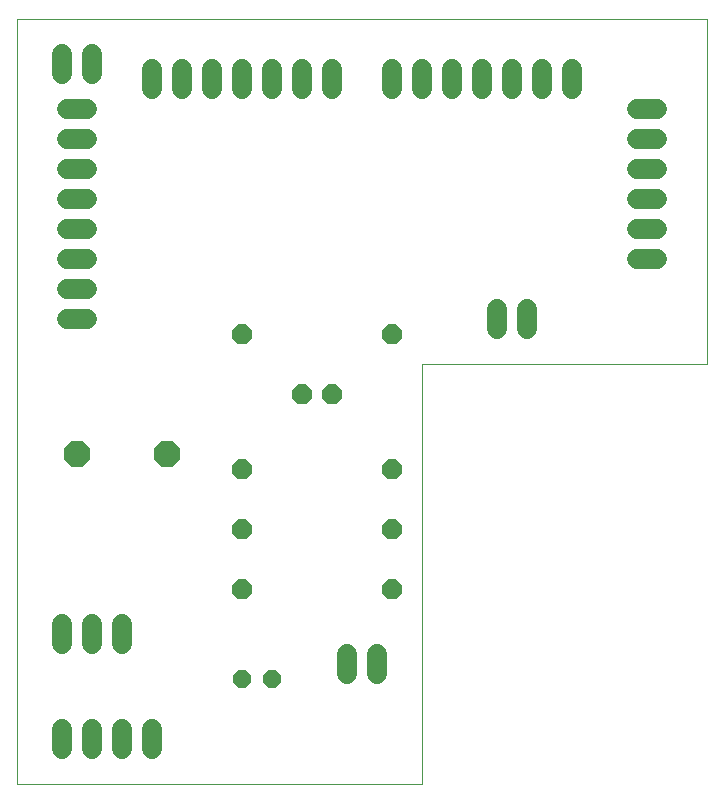
<source format=gtl>
G75*
%MOIN*%
%OFA0B0*%
%FSLAX25Y25*%
%IPPOS*%
%LPD*%
%AMOC8*
5,1,8,0,0,1.08239X$1,22.5*
%
%ADD10C,0.00031*%
%ADD11C,0.06600*%
%ADD12OC8,0.05800*%
%ADD13OC8,0.06600*%
%ADD14OC8,0.08500*%
D10*
X0001016Y0001016D02*
X0136016Y0001016D01*
X0136016Y0141016D01*
X0231016Y0141016D01*
X0231016Y0256016D01*
X0001016Y0256016D01*
X0001016Y0001016D01*
D11*
X0016016Y0012716D02*
X0016016Y0019316D01*
X0026016Y0019316D02*
X0026016Y0012716D01*
X0036016Y0012716D02*
X0036016Y0019316D01*
X0046016Y0019316D02*
X0046016Y0012716D01*
X0036016Y0047716D02*
X0036016Y0054316D01*
X0026016Y0054316D02*
X0026016Y0047716D01*
X0016016Y0047716D02*
X0016016Y0054316D01*
X0017716Y0156016D02*
X0024316Y0156016D01*
X0024316Y0166016D02*
X0017716Y0166016D01*
X0017716Y0176016D02*
X0024316Y0176016D01*
X0024316Y0186016D02*
X0017716Y0186016D01*
X0017716Y0196016D02*
X0024316Y0196016D01*
X0024316Y0206016D02*
X0017716Y0206016D01*
X0017716Y0216016D02*
X0024316Y0216016D01*
X0024316Y0226016D02*
X0017716Y0226016D01*
X0016016Y0237716D02*
X0016016Y0244316D01*
X0026016Y0244316D02*
X0026016Y0237716D01*
X0046016Y0239316D02*
X0046016Y0232716D01*
X0056016Y0232716D02*
X0056016Y0239316D01*
X0066016Y0239316D02*
X0066016Y0232716D01*
X0076016Y0232716D02*
X0076016Y0239316D01*
X0086016Y0239316D02*
X0086016Y0232716D01*
X0096016Y0232716D02*
X0096016Y0239316D01*
X0106016Y0239316D02*
X0106016Y0232716D01*
X0126016Y0232716D02*
X0126016Y0239316D01*
X0136016Y0239316D02*
X0136016Y0232716D01*
X0146016Y0232716D02*
X0146016Y0239316D01*
X0156016Y0239316D02*
X0156016Y0232716D01*
X0166016Y0232716D02*
X0166016Y0239316D01*
X0176016Y0239316D02*
X0176016Y0232716D01*
X0186016Y0232716D02*
X0186016Y0239316D01*
X0207716Y0226016D02*
X0214316Y0226016D01*
X0214316Y0216016D02*
X0207716Y0216016D01*
X0207716Y0206016D02*
X0214316Y0206016D01*
X0214316Y0196016D02*
X0207716Y0196016D01*
X0207716Y0186016D02*
X0214316Y0186016D01*
X0214316Y0176016D02*
X0207716Y0176016D01*
X0171016Y0159316D02*
X0171016Y0152716D01*
X0161016Y0152716D02*
X0161016Y0159316D01*
X0121016Y0044316D02*
X0121016Y0037716D01*
X0111016Y0037716D02*
X0111016Y0044316D01*
D12*
X0086016Y0036016D03*
X0076016Y0036016D03*
D13*
X0076016Y0066016D03*
X0076016Y0086016D03*
X0076016Y0106016D03*
X0096016Y0131016D03*
X0106016Y0131016D03*
X0126016Y0151016D03*
X0126016Y0106016D03*
X0126016Y0086016D03*
X0126016Y0066016D03*
X0076016Y0151016D03*
D14*
X0051016Y0111016D03*
X0021016Y0111016D03*
M02*

</source>
